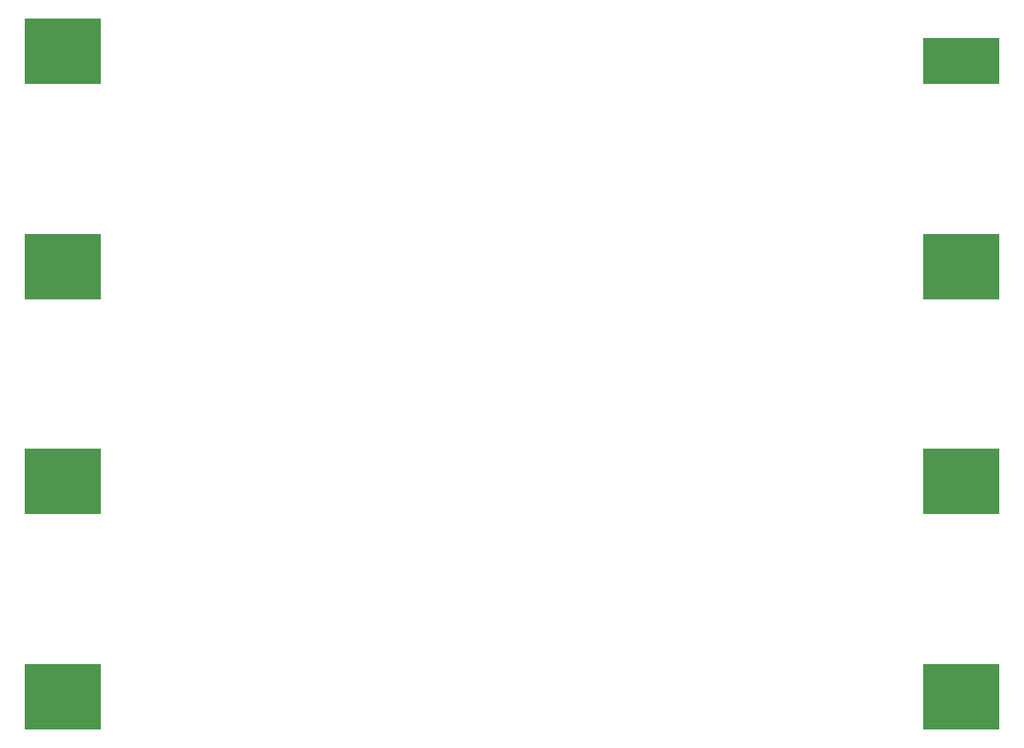
<source format=gbp>
%TF.GenerationSoftware,KiCad,Pcbnew,(5.1.9)-1*%
%TF.CreationDate,2022-01-06T16:33:17-10:00*%
%TF.ProjectId,batteryboard,62617474-6572-4796-926f-6172642e6b69,rev?*%
%TF.SameCoordinates,Original*%
%TF.FileFunction,Paste,Bot*%
%TF.FilePolarity,Positive*%
%FSLAX46Y46*%
G04 Gerber Fmt 4.6, Leading zero omitted, Abs format (unit mm)*
G04 Created by KiCad (PCBNEW (5.1.9)-1) date 2022-01-06 16:33:17*
%MOMM*%
%LPD*%
G01*
G04 APERTURE LIST*
%ADD10R,7.340000X6.350000*%
%ADD11R,7.340000X4.500000*%
G04 APERTURE END LIST*
D10*
X144117400Y-88569800D03*
X58117400Y-88569800D03*
D11*
X144117400Y-68844600D03*
D10*
X58117400Y-67919600D03*
X58142800Y-109194600D03*
X144142800Y-109194600D03*
X58142800Y-129844800D03*
X144142800Y-129844800D03*
M02*

</source>
